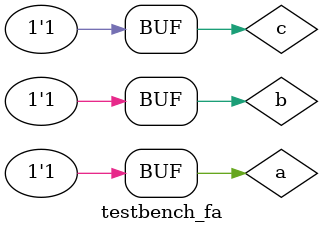
<source format=sv>
`timescale 1ns / 1ns

module testbench_fa();
  
  reg a,b,c;
  wire sum,carry;
  
  // dut instantiation
  full_adder fa(
    .a_in(a),
    .b_in(b),
    .c_in(c),
    .sum_out(sum),
    .c_out(carry));
  
  //stimuli generation
  initial begin
    
    // for edaplayground.com epwave to open
    $dumpfile("dump.vcd"); $dumpvars;
    
    a = 1'b0; 
    b = 1'b0;
    c = 1'b0;
    #1
    a = 1'b0;
    b = 1'b0;
    c = 1'b1;
    #1
    a = 1'b0;
    b = 1'b1;
    c = 1'b0;
    #1
    a = 1'b0;
    b = 1'b1;
    c = 1'b1;
    #1
    a = 1'b1;
    b = 1'b0;
    c = 1'b0;
    #1
    a = 1'b1;
    b = 1'b0;
    c = 1'b1;
    #1
    a = 1'b1;
    b = 1'b1;
    c = 1'b0;
    #1
    a = 1'b1;
    b = 1'b1; 
    c = 1'b1; 
    
  end
  
endmodule

</source>
